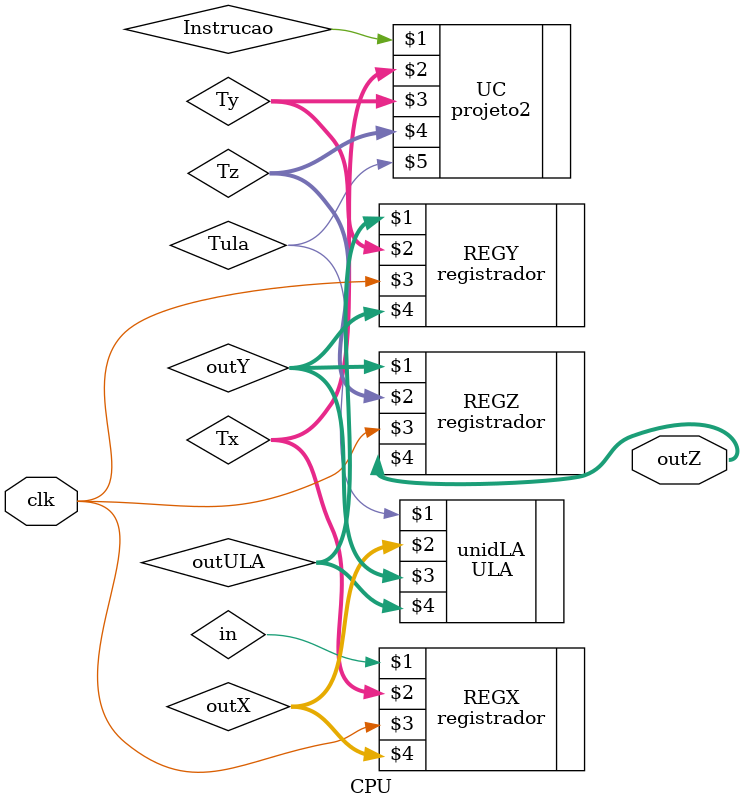
<source format=v>
module CPU(clk, outZ);
input wire clk;
output wire[3:0] outZ;
wire[3:0] outX;
wire[3:0] outY;
wire[3:0] outULA;

wire[1:0] Tx, Ty, Tz;
wire Tula;

registrador REGX(in, Tx, clk, outX);
registrador REGY(outULA, Ty, clk, outY);
registrador REGZ(outY, Tz, clk, outZ);

ULA unidLA(Tula, outX, outY, outULA);

projeto2 UC(Instrucao, Tx, Ty, Tz, Tula);


		
endmodule 
</source>
